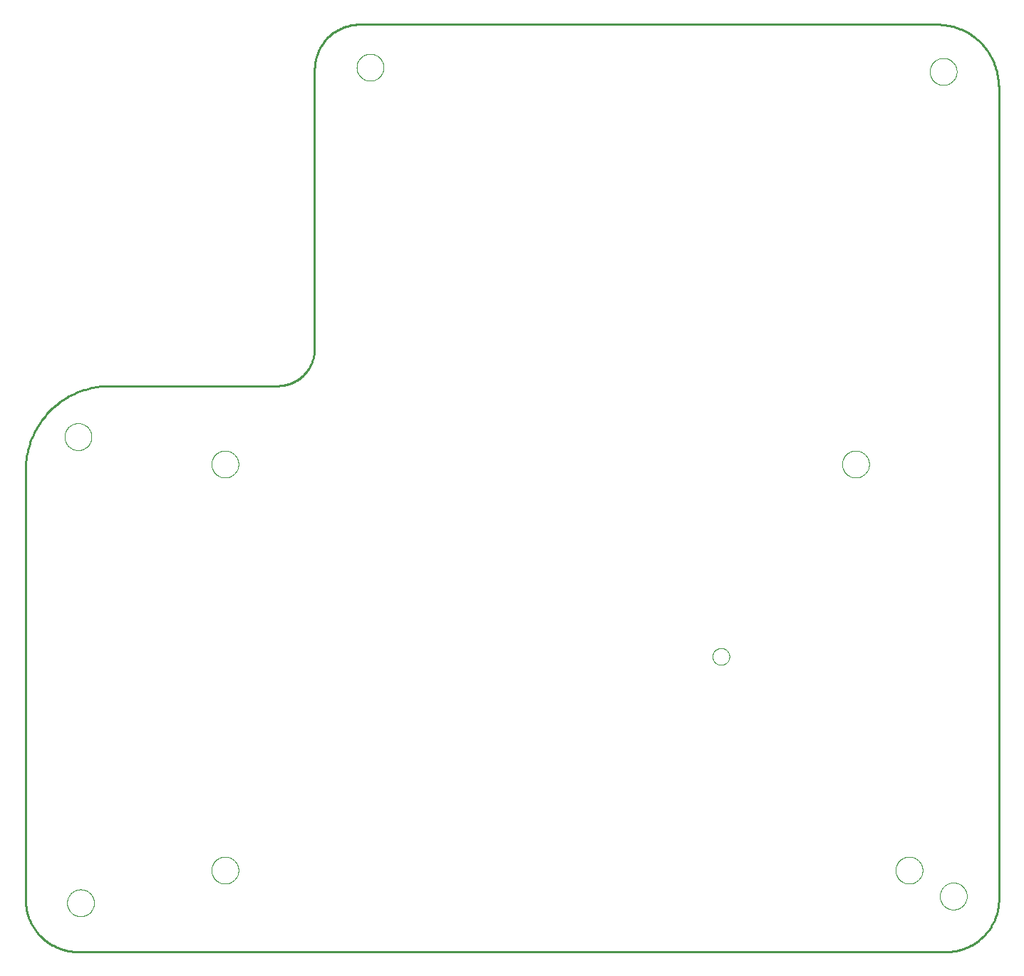
<source format=gko>
G75*
%MOIN*%
%OFA0B0*%
%FSLAX25Y25*%
%IPPOS*%
%LPD*%
%AMOC8*
5,1,8,0,0,1.08239X$1,22.5*
%
%ADD10C,0.01000*%
%ADD11C,0.00000*%
D10*
X0040280Y0018232D02*
X0446579Y0018232D01*
X0446579Y0018233D02*
X0447174Y0018240D01*
X0447768Y0018262D01*
X0448361Y0018298D01*
X0448954Y0018348D01*
X0449545Y0018412D01*
X0450134Y0018491D01*
X0450722Y0018584D01*
X0451306Y0018691D01*
X0451889Y0018813D01*
X0452468Y0018948D01*
X0453043Y0019097D01*
X0453615Y0019260D01*
X0454183Y0019437D01*
X0454746Y0019628D01*
X0455304Y0019832D01*
X0455858Y0020050D01*
X0456406Y0020280D01*
X0456948Y0020524D01*
X0457484Y0020782D01*
X0458014Y0021051D01*
X0458537Y0021334D01*
X0459053Y0021629D01*
X0459562Y0021937D01*
X0460063Y0022257D01*
X0460557Y0022589D01*
X0461042Y0022932D01*
X0461519Y0023288D01*
X0461987Y0023654D01*
X0462446Y0024032D01*
X0462896Y0024421D01*
X0463336Y0024821D01*
X0463767Y0025231D01*
X0464187Y0025651D01*
X0464597Y0026082D01*
X0464997Y0026522D01*
X0465386Y0026972D01*
X0465764Y0027431D01*
X0466130Y0027899D01*
X0466486Y0028376D01*
X0466829Y0028861D01*
X0467161Y0029355D01*
X0467481Y0029856D01*
X0467789Y0030365D01*
X0468084Y0030881D01*
X0468367Y0031404D01*
X0468636Y0031934D01*
X0468894Y0032470D01*
X0469138Y0033012D01*
X0469368Y0033560D01*
X0469586Y0034114D01*
X0469790Y0034672D01*
X0469981Y0035235D01*
X0470158Y0035803D01*
X0470321Y0036375D01*
X0470470Y0036950D01*
X0470605Y0037529D01*
X0470727Y0038112D01*
X0470834Y0038696D01*
X0470927Y0039284D01*
X0471006Y0039873D01*
X0471070Y0040464D01*
X0471120Y0041057D01*
X0471156Y0041650D01*
X0471178Y0042244D01*
X0471185Y0042839D01*
X0471185Y0423547D01*
X0470988Y0423350D02*
X0470980Y0424044D01*
X0470954Y0424739D01*
X0470913Y0425432D01*
X0470854Y0426124D01*
X0470778Y0426814D01*
X0470686Y0427503D01*
X0470578Y0428189D01*
X0470453Y0428872D01*
X0470311Y0429552D01*
X0470153Y0430228D01*
X0469979Y0430900D01*
X0469788Y0431568D01*
X0469581Y0432231D01*
X0469359Y0432889D01*
X0469120Y0433541D01*
X0468866Y0434188D01*
X0468597Y0434828D01*
X0468312Y0435461D01*
X0468011Y0436087D01*
X0467696Y0436706D01*
X0467366Y0437317D01*
X0467021Y0437920D01*
X0466662Y0438514D01*
X0466288Y0439100D01*
X0465901Y0439676D01*
X0465499Y0440243D01*
X0465084Y0440800D01*
X0464656Y0441347D01*
X0464214Y0441883D01*
X0463760Y0442408D01*
X0463293Y0442922D01*
X0462814Y0443425D01*
X0462323Y0443916D01*
X0461820Y0444395D01*
X0461306Y0444862D01*
X0460781Y0445316D01*
X0460245Y0445758D01*
X0459698Y0446186D01*
X0459141Y0446601D01*
X0458574Y0447003D01*
X0457998Y0447390D01*
X0457412Y0447764D01*
X0456818Y0448123D01*
X0456215Y0448468D01*
X0455604Y0448798D01*
X0454985Y0449113D01*
X0454359Y0449414D01*
X0453726Y0449699D01*
X0453086Y0449968D01*
X0452439Y0450222D01*
X0451787Y0450461D01*
X0451129Y0450683D01*
X0450466Y0450890D01*
X0449798Y0451081D01*
X0449126Y0451255D01*
X0448450Y0451413D01*
X0447770Y0451555D01*
X0447087Y0451680D01*
X0446401Y0451788D01*
X0445712Y0451880D01*
X0445022Y0451956D01*
X0444330Y0452015D01*
X0443637Y0452056D01*
X0442942Y0452082D01*
X0442248Y0452090D01*
X0442248Y0452091D02*
X0172169Y0452091D01*
X0171660Y0452085D01*
X0171151Y0452066D01*
X0170643Y0452036D01*
X0170136Y0451993D01*
X0169630Y0451937D01*
X0169126Y0451870D01*
X0168623Y0451790D01*
X0168122Y0451699D01*
X0167624Y0451595D01*
X0167128Y0451479D01*
X0166636Y0451351D01*
X0166146Y0451212D01*
X0165660Y0451060D01*
X0165178Y0450897D01*
X0164700Y0450722D01*
X0164226Y0450536D01*
X0163757Y0450338D01*
X0163293Y0450129D01*
X0162834Y0449909D01*
X0162381Y0449678D01*
X0161933Y0449436D01*
X0161491Y0449184D01*
X0161055Y0448920D01*
X0160626Y0448647D01*
X0160204Y0448363D01*
X0159788Y0448068D01*
X0159380Y0447764D01*
X0158980Y0447450D01*
X0158587Y0447127D01*
X0158202Y0446794D01*
X0157825Y0446452D01*
X0157456Y0446101D01*
X0157096Y0445741D01*
X0156745Y0445372D01*
X0156403Y0444995D01*
X0156070Y0444610D01*
X0155747Y0444217D01*
X0155433Y0443817D01*
X0155129Y0443409D01*
X0154834Y0442993D01*
X0154550Y0442571D01*
X0154277Y0442142D01*
X0154013Y0441706D01*
X0153761Y0441264D01*
X0153519Y0440816D01*
X0153288Y0440363D01*
X0153068Y0439904D01*
X0152859Y0439440D01*
X0152661Y0438971D01*
X0152475Y0438497D01*
X0152300Y0438019D01*
X0152137Y0437537D01*
X0151985Y0437051D01*
X0151846Y0436561D01*
X0151718Y0436069D01*
X0151602Y0435573D01*
X0151498Y0435075D01*
X0151407Y0434574D01*
X0151327Y0434071D01*
X0151260Y0433567D01*
X0151204Y0433061D01*
X0151161Y0432554D01*
X0151131Y0432046D01*
X0151112Y0431537D01*
X0151106Y0431028D01*
X0151106Y0300516D01*
X0151107Y0300516D02*
X0151102Y0300093D01*
X0151087Y0299670D01*
X0151061Y0299247D01*
X0151025Y0298825D01*
X0150979Y0298404D01*
X0150923Y0297985D01*
X0150857Y0297566D01*
X0150781Y0297150D01*
X0150694Y0296735D01*
X0150598Y0296323D01*
X0150492Y0295913D01*
X0150375Y0295506D01*
X0150250Y0295102D01*
X0150114Y0294701D01*
X0149968Y0294303D01*
X0149814Y0293909D01*
X0149649Y0293519D01*
X0149475Y0293133D01*
X0149292Y0292751D01*
X0149100Y0292374D01*
X0148899Y0292002D01*
X0148689Y0291634D01*
X0148470Y0291272D01*
X0148242Y0290915D01*
X0148006Y0290564D01*
X0147761Y0290218D01*
X0147508Y0289879D01*
X0147247Y0289545D01*
X0146978Y0289218D01*
X0146701Y0288898D01*
X0146416Y0288585D01*
X0146124Y0288278D01*
X0145825Y0287979D01*
X0145518Y0287687D01*
X0145205Y0287402D01*
X0144885Y0287125D01*
X0144558Y0286856D01*
X0144224Y0286595D01*
X0143885Y0286342D01*
X0143539Y0286097D01*
X0143188Y0285861D01*
X0142831Y0285633D01*
X0142469Y0285414D01*
X0142101Y0285204D01*
X0141729Y0285003D01*
X0141352Y0284811D01*
X0140970Y0284628D01*
X0140584Y0284454D01*
X0140194Y0284289D01*
X0139800Y0284135D01*
X0139402Y0283989D01*
X0139001Y0283853D01*
X0138597Y0283728D01*
X0138190Y0283611D01*
X0137780Y0283505D01*
X0137368Y0283409D01*
X0136953Y0283322D01*
X0136537Y0283246D01*
X0136118Y0283180D01*
X0135699Y0283124D01*
X0135278Y0283078D01*
X0134856Y0283042D01*
X0134433Y0283016D01*
X0134010Y0283001D01*
X0133587Y0282996D01*
X0055240Y0282996D01*
X0054289Y0282985D01*
X0053338Y0282950D01*
X0052388Y0282893D01*
X0051440Y0282812D01*
X0050494Y0282709D01*
X0049551Y0282583D01*
X0048612Y0282434D01*
X0047676Y0282263D01*
X0046745Y0282068D01*
X0045818Y0281852D01*
X0044897Y0281613D01*
X0043982Y0281352D01*
X0043074Y0281069D01*
X0042173Y0280764D01*
X0041279Y0280438D01*
X0040394Y0280089D01*
X0039517Y0279720D01*
X0038649Y0279330D01*
X0037792Y0278918D01*
X0036944Y0278486D01*
X0036107Y0278034D01*
X0035281Y0277562D01*
X0034467Y0277070D01*
X0033665Y0276558D01*
X0032875Y0276027D01*
X0032099Y0275477D01*
X0031336Y0274909D01*
X0030587Y0274322D01*
X0029853Y0273717D01*
X0029133Y0273095D01*
X0028428Y0272455D01*
X0027740Y0271799D01*
X0027067Y0271126D01*
X0026411Y0270438D01*
X0025771Y0269733D01*
X0025149Y0269013D01*
X0024544Y0268279D01*
X0023957Y0267530D01*
X0023389Y0266767D01*
X0022839Y0265991D01*
X0022308Y0265201D01*
X0021796Y0264399D01*
X0021304Y0263585D01*
X0020832Y0262759D01*
X0020380Y0261922D01*
X0019948Y0261074D01*
X0019536Y0260217D01*
X0019146Y0259349D01*
X0018777Y0258472D01*
X0018428Y0257587D01*
X0018102Y0256693D01*
X0017797Y0255792D01*
X0017514Y0254884D01*
X0017253Y0253969D01*
X0017014Y0253048D01*
X0016798Y0252121D01*
X0016603Y0251190D01*
X0016432Y0250254D01*
X0016283Y0249315D01*
X0016157Y0248372D01*
X0016054Y0247426D01*
X0015973Y0246478D01*
X0015916Y0245528D01*
X0015881Y0244577D01*
X0015870Y0243626D01*
X0015870Y0042642D01*
X0015871Y0042642D02*
X0015878Y0042052D01*
X0015900Y0041463D01*
X0015935Y0040874D01*
X0015985Y0040286D01*
X0016049Y0039700D01*
X0016127Y0039115D01*
X0016219Y0038533D01*
X0016326Y0037952D01*
X0016446Y0037375D01*
X0016580Y0036801D01*
X0016728Y0036230D01*
X0016890Y0035662D01*
X0017066Y0035099D01*
X0017255Y0034540D01*
X0017457Y0033986D01*
X0017673Y0033437D01*
X0017902Y0032894D01*
X0018144Y0032356D01*
X0018399Y0031824D01*
X0018667Y0031299D01*
X0018947Y0030780D01*
X0019240Y0030268D01*
X0019545Y0029763D01*
X0019863Y0029266D01*
X0020192Y0028776D01*
X0020533Y0028295D01*
X0020885Y0027822D01*
X0021249Y0027357D01*
X0021624Y0026902D01*
X0022010Y0026456D01*
X0022406Y0026019D01*
X0022813Y0025592D01*
X0023230Y0025175D01*
X0023657Y0024768D01*
X0024094Y0024372D01*
X0024540Y0023986D01*
X0024995Y0023611D01*
X0025460Y0023247D01*
X0025933Y0022895D01*
X0026414Y0022554D01*
X0026904Y0022225D01*
X0027401Y0021907D01*
X0027906Y0021602D01*
X0028418Y0021309D01*
X0028937Y0021029D01*
X0029462Y0020761D01*
X0029994Y0020506D01*
X0030532Y0020264D01*
X0031075Y0020035D01*
X0031624Y0019819D01*
X0032178Y0019617D01*
X0032737Y0019428D01*
X0033300Y0019252D01*
X0033868Y0019090D01*
X0034439Y0018942D01*
X0035013Y0018808D01*
X0035590Y0018688D01*
X0036171Y0018581D01*
X0036753Y0018489D01*
X0037338Y0018411D01*
X0037924Y0018347D01*
X0038512Y0018297D01*
X0039101Y0018262D01*
X0039690Y0018240D01*
X0040280Y0018233D01*
D11*
X0035358Y0041067D02*
X0035360Y0041225D01*
X0035366Y0041383D01*
X0035376Y0041541D01*
X0035390Y0041699D01*
X0035408Y0041856D01*
X0035429Y0042013D01*
X0035455Y0042169D01*
X0035485Y0042325D01*
X0035518Y0042480D01*
X0035556Y0042633D01*
X0035597Y0042786D01*
X0035642Y0042938D01*
X0035691Y0043089D01*
X0035744Y0043238D01*
X0035800Y0043386D01*
X0035860Y0043532D01*
X0035924Y0043677D01*
X0035992Y0043820D01*
X0036063Y0043962D01*
X0036137Y0044102D01*
X0036215Y0044239D01*
X0036297Y0044375D01*
X0036381Y0044509D01*
X0036470Y0044640D01*
X0036561Y0044769D01*
X0036656Y0044896D01*
X0036753Y0045021D01*
X0036854Y0045143D01*
X0036958Y0045262D01*
X0037065Y0045379D01*
X0037175Y0045493D01*
X0037288Y0045604D01*
X0037403Y0045713D01*
X0037521Y0045818D01*
X0037642Y0045920D01*
X0037765Y0046020D01*
X0037891Y0046116D01*
X0038019Y0046209D01*
X0038149Y0046299D01*
X0038282Y0046385D01*
X0038417Y0046469D01*
X0038553Y0046548D01*
X0038692Y0046625D01*
X0038833Y0046697D01*
X0038975Y0046767D01*
X0039119Y0046832D01*
X0039265Y0046894D01*
X0039412Y0046952D01*
X0039561Y0047007D01*
X0039711Y0047058D01*
X0039862Y0047105D01*
X0040014Y0047148D01*
X0040167Y0047187D01*
X0040322Y0047223D01*
X0040477Y0047254D01*
X0040633Y0047282D01*
X0040789Y0047306D01*
X0040946Y0047326D01*
X0041104Y0047342D01*
X0041261Y0047354D01*
X0041420Y0047362D01*
X0041578Y0047366D01*
X0041736Y0047366D01*
X0041894Y0047362D01*
X0042053Y0047354D01*
X0042210Y0047342D01*
X0042368Y0047326D01*
X0042525Y0047306D01*
X0042681Y0047282D01*
X0042837Y0047254D01*
X0042992Y0047223D01*
X0043147Y0047187D01*
X0043300Y0047148D01*
X0043452Y0047105D01*
X0043603Y0047058D01*
X0043753Y0047007D01*
X0043902Y0046952D01*
X0044049Y0046894D01*
X0044195Y0046832D01*
X0044339Y0046767D01*
X0044481Y0046697D01*
X0044622Y0046625D01*
X0044761Y0046548D01*
X0044897Y0046469D01*
X0045032Y0046385D01*
X0045165Y0046299D01*
X0045295Y0046209D01*
X0045423Y0046116D01*
X0045549Y0046020D01*
X0045672Y0045920D01*
X0045793Y0045818D01*
X0045911Y0045713D01*
X0046026Y0045604D01*
X0046139Y0045493D01*
X0046249Y0045379D01*
X0046356Y0045262D01*
X0046460Y0045143D01*
X0046561Y0045021D01*
X0046658Y0044896D01*
X0046753Y0044769D01*
X0046844Y0044640D01*
X0046933Y0044509D01*
X0047017Y0044375D01*
X0047099Y0044239D01*
X0047177Y0044102D01*
X0047251Y0043962D01*
X0047322Y0043820D01*
X0047390Y0043677D01*
X0047454Y0043532D01*
X0047514Y0043386D01*
X0047570Y0043238D01*
X0047623Y0043089D01*
X0047672Y0042938D01*
X0047717Y0042786D01*
X0047758Y0042633D01*
X0047796Y0042480D01*
X0047829Y0042325D01*
X0047859Y0042169D01*
X0047885Y0042013D01*
X0047906Y0041856D01*
X0047924Y0041699D01*
X0047938Y0041541D01*
X0047948Y0041383D01*
X0047954Y0041225D01*
X0047956Y0041067D01*
X0047954Y0040909D01*
X0047948Y0040751D01*
X0047938Y0040593D01*
X0047924Y0040435D01*
X0047906Y0040278D01*
X0047885Y0040121D01*
X0047859Y0039965D01*
X0047829Y0039809D01*
X0047796Y0039654D01*
X0047758Y0039501D01*
X0047717Y0039348D01*
X0047672Y0039196D01*
X0047623Y0039045D01*
X0047570Y0038896D01*
X0047514Y0038748D01*
X0047454Y0038602D01*
X0047390Y0038457D01*
X0047322Y0038314D01*
X0047251Y0038172D01*
X0047177Y0038032D01*
X0047099Y0037895D01*
X0047017Y0037759D01*
X0046933Y0037625D01*
X0046844Y0037494D01*
X0046753Y0037365D01*
X0046658Y0037238D01*
X0046561Y0037113D01*
X0046460Y0036991D01*
X0046356Y0036872D01*
X0046249Y0036755D01*
X0046139Y0036641D01*
X0046026Y0036530D01*
X0045911Y0036421D01*
X0045793Y0036316D01*
X0045672Y0036214D01*
X0045549Y0036114D01*
X0045423Y0036018D01*
X0045295Y0035925D01*
X0045165Y0035835D01*
X0045032Y0035749D01*
X0044897Y0035665D01*
X0044761Y0035586D01*
X0044622Y0035509D01*
X0044481Y0035437D01*
X0044339Y0035367D01*
X0044195Y0035302D01*
X0044049Y0035240D01*
X0043902Y0035182D01*
X0043753Y0035127D01*
X0043603Y0035076D01*
X0043452Y0035029D01*
X0043300Y0034986D01*
X0043147Y0034947D01*
X0042992Y0034911D01*
X0042837Y0034880D01*
X0042681Y0034852D01*
X0042525Y0034828D01*
X0042368Y0034808D01*
X0042210Y0034792D01*
X0042053Y0034780D01*
X0041894Y0034772D01*
X0041736Y0034768D01*
X0041578Y0034768D01*
X0041420Y0034772D01*
X0041261Y0034780D01*
X0041104Y0034792D01*
X0040946Y0034808D01*
X0040789Y0034828D01*
X0040633Y0034852D01*
X0040477Y0034880D01*
X0040322Y0034911D01*
X0040167Y0034947D01*
X0040014Y0034986D01*
X0039862Y0035029D01*
X0039711Y0035076D01*
X0039561Y0035127D01*
X0039412Y0035182D01*
X0039265Y0035240D01*
X0039119Y0035302D01*
X0038975Y0035367D01*
X0038833Y0035437D01*
X0038692Y0035509D01*
X0038553Y0035586D01*
X0038417Y0035665D01*
X0038282Y0035749D01*
X0038149Y0035835D01*
X0038019Y0035925D01*
X0037891Y0036018D01*
X0037765Y0036114D01*
X0037642Y0036214D01*
X0037521Y0036316D01*
X0037403Y0036421D01*
X0037288Y0036530D01*
X0037175Y0036641D01*
X0037065Y0036755D01*
X0036958Y0036872D01*
X0036854Y0036991D01*
X0036753Y0037113D01*
X0036656Y0037238D01*
X0036561Y0037365D01*
X0036470Y0037494D01*
X0036381Y0037625D01*
X0036297Y0037759D01*
X0036215Y0037895D01*
X0036137Y0038032D01*
X0036063Y0038172D01*
X0035992Y0038314D01*
X0035924Y0038457D01*
X0035860Y0038602D01*
X0035800Y0038748D01*
X0035744Y0038896D01*
X0035691Y0039045D01*
X0035642Y0039196D01*
X0035597Y0039348D01*
X0035556Y0039501D01*
X0035518Y0039654D01*
X0035485Y0039809D01*
X0035455Y0039965D01*
X0035429Y0040121D01*
X0035408Y0040278D01*
X0035390Y0040435D01*
X0035376Y0040593D01*
X0035366Y0040751D01*
X0035360Y0040909D01*
X0035358Y0041067D01*
X0102918Y0056343D02*
X0102920Y0056501D01*
X0102926Y0056659D01*
X0102936Y0056817D01*
X0102950Y0056975D01*
X0102968Y0057132D01*
X0102989Y0057289D01*
X0103015Y0057445D01*
X0103045Y0057601D01*
X0103078Y0057756D01*
X0103116Y0057909D01*
X0103157Y0058062D01*
X0103202Y0058214D01*
X0103251Y0058365D01*
X0103304Y0058514D01*
X0103360Y0058662D01*
X0103420Y0058808D01*
X0103484Y0058953D01*
X0103552Y0059096D01*
X0103623Y0059238D01*
X0103697Y0059378D01*
X0103775Y0059515D01*
X0103857Y0059651D01*
X0103941Y0059785D01*
X0104030Y0059916D01*
X0104121Y0060045D01*
X0104216Y0060172D01*
X0104313Y0060297D01*
X0104414Y0060419D01*
X0104518Y0060538D01*
X0104625Y0060655D01*
X0104735Y0060769D01*
X0104848Y0060880D01*
X0104963Y0060989D01*
X0105081Y0061094D01*
X0105202Y0061196D01*
X0105325Y0061296D01*
X0105451Y0061392D01*
X0105579Y0061485D01*
X0105709Y0061575D01*
X0105842Y0061661D01*
X0105977Y0061745D01*
X0106113Y0061824D01*
X0106252Y0061901D01*
X0106393Y0061973D01*
X0106535Y0062043D01*
X0106679Y0062108D01*
X0106825Y0062170D01*
X0106972Y0062228D01*
X0107121Y0062283D01*
X0107271Y0062334D01*
X0107422Y0062381D01*
X0107574Y0062424D01*
X0107727Y0062463D01*
X0107882Y0062499D01*
X0108037Y0062530D01*
X0108193Y0062558D01*
X0108349Y0062582D01*
X0108506Y0062602D01*
X0108664Y0062618D01*
X0108821Y0062630D01*
X0108980Y0062638D01*
X0109138Y0062642D01*
X0109296Y0062642D01*
X0109454Y0062638D01*
X0109613Y0062630D01*
X0109770Y0062618D01*
X0109928Y0062602D01*
X0110085Y0062582D01*
X0110241Y0062558D01*
X0110397Y0062530D01*
X0110552Y0062499D01*
X0110707Y0062463D01*
X0110860Y0062424D01*
X0111012Y0062381D01*
X0111163Y0062334D01*
X0111313Y0062283D01*
X0111462Y0062228D01*
X0111609Y0062170D01*
X0111755Y0062108D01*
X0111899Y0062043D01*
X0112041Y0061973D01*
X0112182Y0061901D01*
X0112321Y0061824D01*
X0112457Y0061745D01*
X0112592Y0061661D01*
X0112725Y0061575D01*
X0112855Y0061485D01*
X0112983Y0061392D01*
X0113109Y0061296D01*
X0113232Y0061196D01*
X0113353Y0061094D01*
X0113471Y0060989D01*
X0113586Y0060880D01*
X0113699Y0060769D01*
X0113809Y0060655D01*
X0113916Y0060538D01*
X0114020Y0060419D01*
X0114121Y0060297D01*
X0114218Y0060172D01*
X0114313Y0060045D01*
X0114404Y0059916D01*
X0114493Y0059785D01*
X0114577Y0059651D01*
X0114659Y0059515D01*
X0114737Y0059378D01*
X0114811Y0059238D01*
X0114882Y0059096D01*
X0114950Y0058953D01*
X0115014Y0058808D01*
X0115074Y0058662D01*
X0115130Y0058514D01*
X0115183Y0058365D01*
X0115232Y0058214D01*
X0115277Y0058062D01*
X0115318Y0057909D01*
X0115356Y0057756D01*
X0115389Y0057601D01*
X0115419Y0057445D01*
X0115445Y0057289D01*
X0115466Y0057132D01*
X0115484Y0056975D01*
X0115498Y0056817D01*
X0115508Y0056659D01*
X0115514Y0056501D01*
X0115516Y0056343D01*
X0115514Y0056185D01*
X0115508Y0056027D01*
X0115498Y0055869D01*
X0115484Y0055711D01*
X0115466Y0055554D01*
X0115445Y0055397D01*
X0115419Y0055241D01*
X0115389Y0055085D01*
X0115356Y0054930D01*
X0115318Y0054777D01*
X0115277Y0054624D01*
X0115232Y0054472D01*
X0115183Y0054321D01*
X0115130Y0054172D01*
X0115074Y0054024D01*
X0115014Y0053878D01*
X0114950Y0053733D01*
X0114882Y0053590D01*
X0114811Y0053448D01*
X0114737Y0053308D01*
X0114659Y0053171D01*
X0114577Y0053035D01*
X0114493Y0052901D01*
X0114404Y0052770D01*
X0114313Y0052641D01*
X0114218Y0052514D01*
X0114121Y0052389D01*
X0114020Y0052267D01*
X0113916Y0052148D01*
X0113809Y0052031D01*
X0113699Y0051917D01*
X0113586Y0051806D01*
X0113471Y0051697D01*
X0113353Y0051592D01*
X0113232Y0051490D01*
X0113109Y0051390D01*
X0112983Y0051294D01*
X0112855Y0051201D01*
X0112725Y0051111D01*
X0112592Y0051025D01*
X0112457Y0050941D01*
X0112321Y0050862D01*
X0112182Y0050785D01*
X0112041Y0050713D01*
X0111899Y0050643D01*
X0111755Y0050578D01*
X0111609Y0050516D01*
X0111462Y0050458D01*
X0111313Y0050403D01*
X0111163Y0050352D01*
X0111012Y0050305D01*
X0110860Y0050262D01*
X0110707Y0050223D01*
X0110552Y0050187D01*
X0110397Y0050156D01*
X0110241Y0050128D01*
X0110085Y0050104D01*
X0109928Y0050084D01*
X0109770Y0050068D01*
X0109613Y0050056D01*
X0109454Y0050048D01*
X0109296Y0050044D01*
X0109138Y0050044D01*
X0108980Y0050048D01*
X0108821Y0050056D01*
X0108664Y0050068D01*
X0108506Y0050084D01*
X0108349Y0050104D01*
X0108193Y0050128D01*
X0108037Y0050156D01*
X0107882Y0050187D01*
X0107727Y0050223D01*
X0107574Y0050262D01*
X0107422Y0050305D01*
X0107271Y0050352D01*
X0107121Y0050403D01*
X0106972Y0050458D01*
X0106825Y0050516D01*
X0106679Y0050578D01*
X0106535Y0050643D01*
X0106393Y0050713D01*
X0106252Y0050785D01*
X0106113Y0050862D01*
X0105977Y0050941D01*
X0105842Y0051025D01*
X0105709Y0051111D01*
X0105579Y0051201D01*
X0105451Y0051294D01*
X0105325Y0051390D01*
X0105202Y0051490D01*
X0105081Y0051592D01*
X0104963Y0051697D01*
X0104848Y0051806D01*
X0104735Y0051917D01*
X0104625Y0052031D01*
X0104518Y0052148D01*
X0104414Y0052267D01*
X0104313Y0052389D01*
X0104216Y0052514D01*
X0104121Y0052641D01*
X0104030Y0052770D01*
X0103941Y0052901D01*
X0103857Y0053035D01*
X0103775Y0053171D01*
X0103697Y0053308D01*
X0103623Y0053448D01*
X0103552Y0053590D01*
X0103484Y0053733D01*
X0103420Y0053878D01*
X0103360Y0054024D01*
X0103304Y0054172D01*
X0103251Y0054321D01*
X0103202Y0054472D01*
X0103157Y0054624D01*
X0103116Y0054777D01*
X0103078Y0054930D01*
X0103045Y0055085D01*
X0103015Y0055241D01*
X0102989Y0055397D01*
X0102968Y0055554D01*
X0102950Y0055711D01*
X0102936Y0055869D01*
X0102926Y0056027D01*
X0102920Y0056185D01*
X0102918Y0056343D01*
X0102918Y0246343D02*
X0102920Y0246501D01*
X0102926Y0246659D01*
X0102936Y0246817D01*
X0102950Y0246975D01*
X0102968Y0247132D01*
X0102989Y0247289D01*
X0103015Y0247445D01*
X0103045Y0247601D01*
X0103078Y0247756D01*
X0103116Y0247909D01*
X0103157Y0248062D01*
X0103202Y0248214D01*
X0103251Y0248365D01*
X0103304Y0248514D01*
X0103360Y0248662D01*
X0103420Y0248808D01*
X0103484Y0248953D01*
X0103552Y0249096D01*
X0103623Y0249238D01*
X0103697Y0249378D01*
X0103775Y0249515D01*
X0103857Y0249651D01*
X0103941Y0249785D01*
X0104030Y0249916D01*
X0104121Y0250045D01*
X0104216Y0250172D01*
X0104313Y0250297D01*
X0104414Y0250419D01*
X0104518Y0250538D01*
X0104625Y0250655D01*
X0104735Y0250769D01*
X0104848Y0250880D01*
X0104963Y0250989D01*
X0105081Y0251094D01*
X0105202Y0251196D01*
X0105325Y0251296D01*
X0105451Y0251392D01*
X0105579Y0251485D01*
X0105709Y0251575D01*
X0105842Y0251661D01*
X0105977Y0251745D01*
X0106113Y0251824D01*
X0106252Y0251901D01*
X0106393Y0251973D01*
X0106535Y0252043D01*
X0106679Y0252108D01*
X0106825Y0252170D01*
X0106972Y0252228D01*
X0107121Y0252283D01*
X0107271Y0252334D01*
X0107422Y0252381D01*
X0107574Y0252424D01*
X0107727Y0252463D01*
X0107882Y0252499D01*
X0108037Y0252530D01*
X0108193Y0252558D01*
X0108349Y0252582D01*
X0108506Y0252602D01*
X0108664Y0252618D01*
X0108821Y0252630D01*
X0108980Y0252638D01*
X0109138Y0252642D01*
X0109296Y0252642D01*
X0109454Y0252638D01*
X0109613Y0252630D01*
X0109770Y0252618D01*
X0109928Y0252602D01*
X0110085Y0252582D01*
X0110241Y0252558D01*
X0110397Y0252530D01*
X0110552Y0252499D01*
X0110707Y0252463D01*
X0110860Y0252424D01*
X0111012Y0252381D01*
X0111163Y0252334D01*
X0111313Y0252283D01*
X0111462Y0252228D01*
X0111609Y0252170D01*
X0111755Y0252108D01*
X0111899Y0252043D01*
X0112041Y0251973D01*
X0112182Y0251901D01*
X0112321Y0251824D01*
X0112457Y0251745D01*
X0112592Y0251661D01*
X0112725Y0251575D01*
X0112855Y0251485D01*
X0112983Y0251392D01*
X0113109Y0251296D01*
X0113232Y0251196D01*
X0113353Y0251094D01*
X0113471Y0250989D01*
X0113586Y0250880D01*
X0113699Y0250769D01*
X0113809Y0250655D01*
X0113916Y0250538D01*
X0114020Y0250419D01*
X0114121Y0250297D01*
X0114218Y0250172D01*
X0114313Y0250045D01*
X0114404Y0249916D01*
X0114493Y0249785D01*
X0114577Y0249651D01*
X0114659Y0249515D01*
X0114737Y0249378D01*
X0114811Y0249238D01*
X0114882Y0249096D01*
X0114950Y0248953D01*
X0115014Y0248808D01*
X0115074Y0248662D01*
X0115130Y0248514D01*
X0115183Y0248365D01*
X0115232Y0248214D01*
X0115277Y0248062D01*
X0115318Y0247909D01*
X0115356Y0247756D01*
X0115389Y0247601D01*
X0115419Y0247445D01*
X0115445Y0247289D01*
X0115466Y0247132D01*
X0115484Y0246975D01*
X0115498Y0246817D01*
X0115508Y0246659D01*
X0115514Y0246501D01*
X0115516Y0246343D01*
X0115514Y0246185D01*
X0115508Y0246027D01*
X0115498Y0245869D01*
X0115484Y0245711D01*
X0115466Y0245554D01*
X0115445Y0245397D01*
X0115419Y0245241D01*
X0115389Y0245085D01*
X0115356Y0244930D01*
X0115318Y0244777D01*
X0115277Y0244624D01*
X0115232Y0244472D01*
X0115183Y0244321D01*
X0115130Y0244172D01*
X0115074Y0244024D01*
X0115014Y0243878D01*
X0114950Y0243733D01*
X0114882Y0243590D01*
X0114811Y0243448D01*
X0114737Y0243308D01*
X0114659Y0243171D01*
X0114577Y0243035D01*
X0114493Y0242901D01*
X0114404Y0242770D01*
X0114313Y0242641D01*
X0114218Y0242514D01*
X0114121Y0242389D01*
X0114020Y0242267D01*
X0113916Y0242148D01*
X0113809Y0242031D01*
X0113699Y0241917D01*
X0113586Y0241806D01*
X0113471Y0241697D01*
X0113353Y0241592D01*
X0113232Y0241490D01*
X0113109Y0241390D01*
X0112983Y0241294D01*
X0112855Y0241201D01*
X0112725Y0241111D01*
X0112592Y0241025D01*
X0112457Y0240941D01*
X0112321Y0240862D01*
X0112182Y0240785D01*
X0112041Y0240713D01*
X0111899Y0240643D01*
X0111755Y0240578D01*
X0111609Y0240516D01*
X0111462Y0240458D01*
X0111313Y0240403D01*
X0111163Y0240352D01*
X0111012Y0240305D01*
X0110860Y0240262D01*
X0110707Y0240223D01*
X0110552Y0240187D01*
X0110397Y0240156D01*
X0110241Y0240128D01*
X0110085Y0240104D01*
X0109928Y0240084D01*
X0109770Y0240068D01*
X0109613Y0240056D01*
X0109454Y0240048D01*
X0109296Y0240044D01*
X0109138Y0240044D01*
X0108980Y0240048D01*
X0108821Y0240056D01*
X0108664Y0240068D01*
X0108506Y0240084D01*
X0108349Y0240104D01*
X0108193Y0240128D01*
X0108037Y0240156D01*
X0107882Y0240187D01*
X0107727Y0240223D01*
X0107574Y0240262D01*
X0107422Y0240305D01*
X0107271Y0240352D01*
X0107121Y0240403D01*
X0106972Y0240458D01*
X0106825Y0240516D01*
X0106679Y0240578D01*
X0106535Y0240643D01*
X0106393Y0240713D01*
X0106252Y0240785D01*
X0106113Y0240862D01*
X0105977Y0240941D01*
X0105842Y0241025D01*
X0105709Y0241111D01*
X0105579Y0241201D01*
X0105451Y0241294D01*
X0105325Y0241390D01*
X0105202Y0241490D01*
X0105081Y0241592D01*
X0104963Y0241697D01*
X0104848Y0241806D01*
X0104735Y0241917D01*
X0104625Y0242031D01*
X0104518Y0242148D01*
X0104414Y0242267D01*
X0104313Y0242389D01*
X0104216Y0242514D01*
X0104121Y0242641D01*
X0104030Y0242770D01*
X0103941Y0242901D01*
X0103857Y0243035D01*
X0103775Y0243171D01*
X0103697Y0243308D01*
X0103623Y0243448D01*
X0103552Y0243590D01*
X0103484Y0243733D01*
X0103420Y0243878D01*
X0103360Y0244024D01*
X0103304Y0244172D01*
X0103251Y0244321D01*
X0103202Y0244472D01*
X0103157Y0244624D01*
X0103116Y0244777D01*
X0103078Y0244930D01*
X0103045Y0245085D01*
X0103015Y0245241D01*
X0102989Y0245397D01*
X0102968Y0245554D01*
X0102950Y0245711D01*
X0102936Y0245869D01*
X0102926Y0246027D01*
X0102920Y0246185D01*
X0102918Y0246343D01*
X0034177Y0259177D02*
X0034179Y0259335D01*
X0034185Y0259493D01*
X0034195Y0259651D01*
X0034209Y0259809D01*
X0034227Y0259966D01*
X0034248Y0260123D01*
X0034274Y0260279D01*
X0034304Y0260435D01*
X0034337Y0260590D01*
X0034375Y0260743D01*
X0034416Y0260896D01*
X0034461Y0261048D01*
X0034510Y0261199D01*
X0034563Y0261348D01*
X0034619Y0261496D01*
X0034679Y0261642D01*
X0034743Y0261787D01*
X0034811Y0261930D01*
X0034882Y0262072D01*
X0034956Y0262212D01*
X0035034Y0262349D01*
X0035116Y0262485D01*
X0035200Y0262619D01*
X0035289Y0262750D01*
X0035380Y0262879D01*
X0035475Y0263006D01*
X0035572Y0263131D01*
X0035673Y0263253D01*
X0035777Y0263372D01*
X0035884Y0263489D01*
X0035994Y0263603D01*
X0036107Y0263714D01*
X0036222Y0263823D01*
X0036340Y0263928D01*
X0036461Y0264030D01*
X0036584Y0264130D01*
X0036710Y0264226D01*
X0036838Y0264319D01*
X0036968Y0264409D01*
X0037101Y0264495D01*
X0037236Y0264579D01*
X0037372Y0264658D01*
X0037511Y0264735D01*
X0037652Y0264807D01*
X0037794Y0264877D01*
X0037938Y0264942D01*
X0038084Y0265004D01*
X0038231Y0265062D01*
X0038380Y0265117D01*
X0038530Y0265168D01*
X0038681Y0265215D01*
X0038833Y0265258D01*
X0038986Y0265297D01*
X0039141Y0265333D01*
X0039296Y0265364D01*
X0039452Y0265392D01*
X0039608Y0265416D01*
X0039765Y0265436D01*
X0039923Y0265452D01*
X0040080Y0265464D01*
X0040239Y0265472D01*
X0040397Y0265476D01*
X0040555Y0265476D01*
X0040713Y0265472D01*
X0040872Y0265464D01*
X0041029Y0265452D01*
X0041187Y0265436D01*
X0041344Y0265416D01*
X0041500Y0265392D01*
X0041656Y0265364D01*
X0041811Y0265333D01*
X0041966Y0265297D01*
X0042119Y0265258D01*
X0042271Y0265215D01*
X0042422Y0265168D01*
X0042572Y0265117D01*
X0042721Y0265062D01*
X0042868Y0265004D01*
X0043014Y0264942D01*
X0043158Y0264877D01*
X0043300Y0264807D01*
X0043441Y0264735D01*
X0043580Y0264658D01*
X0043716Y0264579D01*
X0043851Y0264495D01*
X0043984Y0264409D01*
X0044114Y0264319D01*
X0044242Y0264226D01*
X0044368Y0264130D01*
X0044491Y0264030D01*
X0044612Y0263928D01*
X0044730Y0263823D01*
X0044845Y0263714D01*
X0044958Y0263603D01*
X0045068Y0263489D01*
X0045175Y0263372D01*
X0045279Y0263253D01*
X0045380Y0263131D01*
X0045477Y0263006D01*
X0045572Y0262879D01*
X0045663Y0262750D01*
X0045752Y0262619D01*
X0045836Y0262485D01*
X0045918Y0262349D01*
X0045996Y0262212D01*
X0046070Y0262072D01*
X0046141Y0261930D01*
X0046209Y0261787D01*
X0046273Y0261642D01*
X0046333Y0261496D01*
X0046389Y0261348D01*
X0046442Y0261199D01*
X0046491Y0261048D01*
X0046536Y0260896D01*
X0046577Y0260743D01*
X0046615Y0260590D01*
X0046648Y0260435D01*
X0046678Y0260279D01*
X0046704Y0260123D01*
X0046725Y0259966D01*
X0046743Y0259809D01*
X0046757Y0259651D01*
X0046767Y0259493D01*
X0046773Y0259335D01*
X0046775Y0259177D01*
X0046773Y0259019D01*
X0046767Y0258861D01*
X0046757Y0258703D01*
X0046743Y0258545D01*
X0046725Y0258388D01*
X0046704Y0258231D01*
X0046678Y0258075D01*
X0046648Y0257919D01*
X0046615Y0257764D01*
X0046577Y0257611D01*
X0046536Y0257458D01*
X0046491Y0257306D01*
X0046442Y0257155D01*
X0046389Y0257006D01*
X0046333Y0256858D01*
X0046273Y0256712D01*
X0046209Y0256567D01*
X0046141Y0256424D01*
X0046070Y0256282D01*
X0045996Y0256142D01*
X0045918Y0256005D01*
X0045836Y0255869D01*
X0045752Y0255735D01*
X0045663Y0255604D01*
X0045572Y0255475D01*
X0045477Y0255348D01*
X0045380Y0255223D01*
X0045279Y0255101D01*
X0045175Y0254982D01*
X0045068Y0254865D01*
X0044958Y0254751D01*
X0044845Y0254640D01*
X0044730Y0254531D01*
X0044612Y0254426D01*
X0044491Y0254324D01*
X0044368Y0254224D01*
X0044242Y0254128D01*
X0044114Y0254035D01*
X0043984Y0253945D01*
X0043851Y0253859D01*
X0043716Y0253775D01*
X0043580Y0253696D01*
X0043441Y0253619D01*
X0043300Y0253547D01*
X0043158Y0253477D01*
X0043014Y0253412D01*
X0042868Y0253350D01*
X0042721Y0253292D01*
X0042572Y0253237D01*
X0042422Y0253186D01*
X0042271Y0253139D01*
X0042119Y0253096D01*
X0041966Y0253057D01*
X0041811Y0253021D01*
X0041656Y0252990D01*
X0041500Y0252962D01*
X0041344Y0252938D01*
X0041187Y0252918D01*
X0041029Y0252902D01*
X0040872Y0252890D01*
X0040713Y0252882D01*
X0040555Y0252878D01*
X0040397Y0252878D01*
X0040239Y0252882D01*
X0040080Y0252890D01*
X0039923Y0252902D01*
X0039765Y0252918D01*
X0039608Y0252938D01*
X0039452Y0252962D01*
X0039296Y0252990D01*
X0039141Y0253021D01*
X0038986Y0253057D01*
X0038833Y0253096D01*
X0038681Y0253139D01*
X0038530Y0253186D01*
X0038380Y0253237D01*
X0038231Y0253292D01*
X0038084Y0253350D01*
X0037938Y0253412D01*
X0037794Y0253477D01*
X0037652Y0253547D01*
X0037511Y0253619D01*
X0037372Y0253696D01*
X0037236Y0253775D01*
X0037101Y0253859D01*
X0036968Y0253945D01*
X0036838Y0254035D01*
X0036710Y0254128D01*
X0036584Y0254224D01*
X0036461Y0254324D01*
X0036340Y0254426D01*
X0036222Y0254531D01*
X0036107Y0254640D01*
X0035994Y0254751D01*
X0035884Y0254865D01*
X0035777Y0254982D01*
X0035673Y0255101D01*
X0035572Y0255223D01*
X0035475Y0255348D01*
X0035380Y0255475D01*
X0035289Y0255604D01*
X0035200Y0255735D01*
X0035116Y0255869D01*
X0035034Y0256005D01*
X0034956Y0256142D01*
X0034882Y0256282D01*
X0034811Y0256424D01*
X0034743Y0256567D01*
X0034679Y0256712D01*
X0034619Y0256858D01*
X0034563Y0257006D01*
X0034510Y0257155D01*
X0034461Y0257306D01*
X0034416Y0257458D01*
X0034375Y0257611D01*
X0034337Y0257764D01*
X0034304Y0257919D01*
X0034274Y0258075D01*
X0034248Y0258231D01*
X0034227Y0258388D01*
X0034209Y0258545D01*
X0034195Y0258703D01*
X0034185Y0258861D01*
X0034179Y0259019D01*
X0034177Y0259177D01*
X0170792Y0432012D02*
X0170794Y0432170D01*
X0170800Y0432328D01*
X0170810Y0432486D01*
X0170824Y0432644D01*
X0170842Y0432801D01*
X0170863Y0432958D01*
X0170889Y0433114D01*
X0170919Y0433270D01*
X0170952Y0433425D01*
X0170990Y0433578D01*
X0171031Y0433731D01*
X0171076Y0433883D01*
X0171125Y0434034D01*
X0171178Y0434183D01*
X0171234Y0434331D01*
X0171294Y0434477D01*
X0171358Y0434622D01*
X0171426Y0434765D01*
X0171497Y0434907D01*
X0171571Y0435047D01*
X0171649Y0435184D01*
X0171731Y0435320D01*
X0171815Y0435454D01*
X0171904Y0435585D01*
X0171995Y0435714D01*
X0172090Y0435841D01*
X0172187Y0435966D01*
X0172288Y0436088D01*
X0172392Y0436207D01*
X0172499Y0436324D01*
X0172609Y0436438D01*
X0172722Y0436549D01*
X0172837Y0436658D01*
X0172955Y0436763D01*
X0173076Y0436865D01*
X0173199Y0436965D01*
X0173325Y0437061D01*
X0173453Y0437154D01*
X0173583Y0437244D01*
X0173716Y0437330D01*
X0173851Y0437414D01*
X0173987Y0437493D01*
X0174126Y0437570D01*
X0174267Y0437642D01*
X0174409Y0437712D01*
X0174553Y0437777D01*
X0174699Y0437839D01*
X0174846Y0437897D01*
X0174995Y0437952D01*
X0175145Y0438003D01*
X0175296Y0438050D01*
X0175448Y0438093D01*
X0175601Y0438132D01*
X0175756Y0438168D01*
X0175911Y0438199D01*
X0176067Y0438227D01*
X0176223Y0438251D01*
X0176380Y0438271D01*
X0176538Y0438287D01*
X0176695Y0438299D01*
X0176854Y0438307D01*
X0177012Y0438311D01*
X0177170Y0438311D01*
X0177328Y0438307D01*
X0177487Y0438299D01*
X0177644Y0438287D01*
X0177802Y0438271D01*
X0177959Y0438251D01*
X0178115Y0438227D01*
X0178271Y0438199D01*
X0178426Y0438168D01*
X0178581Y0438132D01*
X0178734Y0438093D01*
X0178886Y0438050D01*
X0179037Y0438003D01*
X0179187Y0437952D01*
X0179336Y0437897D01*
X0179483Y0437839D01*
X0179629Y0437777D01*
X0179773Y0437712D01*
X0179915Y0437642D01*
X0180056Y0437570D01*
X0180195Y0437493D01*
X0180331Y0437414D01*
X0180466Y0437330D01*
X0180599Y0437244D01*
X0180729Y0437154D01*
X0180857Y0437061D01*
X0180983Y0436965D01*
X0181106Y0436865D01*
X0181227Y0436763D01*
X0181345Y0436658D01*
X0181460Y0436549D01*
X0181573Y0436438D01*
X0181683Y0436324D01*
X0181790Y0436207D01*
X0181894Y0436088D01*
X0181995Y0435966D01*
X0182092Y0435841D01*
X0182187Y0435714D01*
X0182278Y0435585D01*
X0182367Y0435454D01*
X0182451Y0435320D01*
X0182533Y0435184D01*
X0182611Y0435047D01*
X0182685Y0434907D01*
X0182756Y0434765D01*
X0182824Y0434622D01*
X0182888Y0434477D01*
X0182948Y0434331D01*
X0183004Y0434183D01*
X0183057Y0434034D01*
X0183106Y0433883D01*
X0183151Y0433731D01*
X0183192Y0433578D01*
X0183230Y0433425D01*
X0183263Y0433270D01*
X0183293Y0433114D01*
X0183319Y0432958D01*
X0183340Y0432801D01*
X0183358Y0432644D01*
X0183372Y0432486D01*
X0183382Y0432328D01*
X0183388Y0432170D01*
X0183390Y0432012D01*
X0183388Y0431854D01*
X0183382Y0431696D01*
X0183372Y0431538D01*
X0183358Y0431380D01*
X0183340Y0431223D01*
X0183319Y0431066D01*
X0183293Y0430910D01*
X0183263Y0430754D01*
X0183230Y0430599D01*
X0183192Y0430446D01*
X0183151Y0430293D01*
X0183106Y0430141D01*
X0183057Y0429990D01*
X0183004Y0429841D01*
X0182948Y0429693D01*
X0182888Y0429547D01*
X0182824Y0429402D01*
X0182756Y0429259D01*
X0182685Y0429117D01*
X0182611Y0428977D01*
X0182533Y0428840D01*
X0182451Y0428704D01*
X0182367Y0428570D01*
X0182278Y0428439D01*
X0182187Y0428310D01*
X0182092Y0428183D01*
X0181995Y0428058D01*
X0181894Y0427936D01*
X0181790Y0427817D01*
X0181683Y0427700D01*
X0181573Y0427586D01*
X0181460Y0427475D01*
X0181345Y0427366D01*
X0181227Y0427261D01*
X0181106Y0427159D01*
X0180983Y0427059D01*
X0180857Y0426963D01*
X0180729Y0426870D01*
X0180599Y0426780D01*
X0180466Y0426694D01*
X0180331Y0426610D01*
X0180195Y0426531D01*
X0180056Y0426454D01*
X0179915Y0426382D01*
X0179773Y0426312D01*
X0179629Y0426247D01*
X0179483Y0426185D01*
X0179336Y0426127D01*
X0179187Y0426072D01*
X0179037Y0426021D01*
X0178886Y0425974D01*
X0178734Y0425931D01*
X0178581Y0425892D01*
X0178426Y0425856D01*
X0178271Y0425825D01*
X0178115Y0425797D01*
X0177959Y0425773D01*
X0177802Y0425753D01*
X0177644Y0425737D01*
X0177487Y0425725D01*
X0177328Y0425717D01*
X0177170Y0425713D01*
X0177012Y0425713D01*
X0176854Y0425717D01*
X0176695Y0425725D01*
X0176538Y0425737D01*
X0176380Y0425753D01*
X0176223Y0425773D01*
X0176067Y0425797D01*
X0175911Y0425825D01*
X0175756Y0425856D01*
X0175601Y0425892D01*
X0175448Y0425931D01*
X0175296Y0425974D01*
X0175145Y0426021D01*
X0174995Y0426072D01*
X0174846Y0426127D01*
X0174699Y0426185D01*
X0174553Y0426247D01*
X0174409Y0426312D01*
X0174267Y0426382D01*
X0174126Y0426454D01*
X0173987Y0426531D01*
X0173851Y0426610D01*
X0173716Y0426694D01*
X0173583Y0426780D01*
X0173453Y0426870D01*
X0173325Y0426963D01*
X0173199Y0427059D01*
X0173076Y0427159D01*
X0172955Y0427261D01*
X0172837Y0427366D01*
X0172722Y0427475D01*
X0172609Y0427586D01*
X0172499Y0427700D01*
X0172392Y0427817D01*
X0172288Y0427936D01*
X0172187Y0428058D01*
X0172090Y0428183D01*
X0171995Y0428310D01*
X0171904Y0428439D01*
X0171815Y0428570D01*
X0171731Y0428704D01*
X0171649Y0428840D01*
X0171571Y0428977D01*
X0171497Y0429117D01*
X0171426Y0429259D01*
X0171358Y0429402D01*
X0171294Y0429547D01*
X0171234Y0429693D01*
X0171178Y0429841D01*
X0171125Y0429990D01*
X0171076Y0430141D01*
X0171031Y0430293D01*
X0170990Y0430446D01*
X0170952Y0430599D01*
X0170919Y0430754D01*
X0170889Y0430910D01*
X0170863Y0431066D01*
X0170842Y0431223D01*
X0170824Y0431380D01*
X0170810Y0431538D01*
X0170800Y0431696D01*
X0170794Y0431854D01*
X0170792Y0432012D01*
X0397918Y0246343D02*
X0397920Y0246501D01*
X0397926Y0246659D01*
X0397936Y0246817D01*
X0397950Y0246975D01*
X0397968Y0247132D01*
X0397989Y0247289D01*
X0398015Y0247445D01*
X0398045Y0247601D01*
X0398078Y0247756D01*
X0398116Y0247909D01*
X0398157Y0248062D01*
X0398202Y0248214D01*
X0398251Y0248365D01*
X0398304Y0248514D01*
X0398360Y0248662D01*
X0398420Y0248808D01*
X0398484Y0248953D01*
X0398552Y0249096D01*
X0398623Y0249238D01*
X0398697Y0249378D01*
X0398775Y0249515D01*
X0398857Y0249651D01*
X0398941Y0249785D01*
X0399030Y0249916D01*
X0399121Y0250045D01*
X0399216Y0250172D01*
X0399313Y0250297D01*
X0399414Y0250419D01*
X0399518Y0250538D01*
X0399625Y0250655D01*
X0399735Y0250769D01*
X0399848Y0250880D01*
X0399963Y0250989D01*
X0400081Y0251094D01*
X0400202Y0251196D01*
X0400325Y0251296D01*
X0400451Y0251392D01*
X0400579Y0251485D01*
X0400709Y0251575D01*
X0400842Y0251661D01*
X0400977Y0251745D01*
X0401113Y0251824D01*
X0401252Y0251901D01*
X0401393Y0251973D01*
X0401535Y0252043D01*
X0401679Y0252108D01*
X0401825Y0252170D01*
X0401972Y0252228D01*
X0402121Y0252283D01*
X0402271Y0252334D01*
X0402422Y0252381D01*
X0402574Y0252424D01*
X0402727Y0252463D01*
X0402882Y0252499D01*
X0403037Y0252530D01*
X0403193Y0252558D01*
X0403349Y0252582D01*
X0403506Y0252602D01*
X0403664Y0252618D01*
X0403821Y0252630D01*
X0403980Y0252638D01*
X0404138Y0252642D01*
X0404296Y0252642D01*
X0404454Y0252638D01*
X0404613Y0252630D01*
X0404770Y0252618D01*
X0404928Y0252602D01*
X0405085Y0252582D01*
X0405241Y0252558D01*
X0405397Y0252530D01*
X0405552Y0252499D01*
X0405707Y0252463D01*
X0405860Y0252424D01*
X0406012Y0252381D01*
X0406163Y0252334D01*
X0406313Y0252283D01*
X0406462Y0252228D01*
X0406609Y0252170D01*
X0406755Y0252108D01*
X0406899Y0252043D01*
X0407041Y0251973D01*
X0407182Y0251901D01*
X0407321Y0251824D01*
X0407457Y0251745D01*
X0407592Y0251661D01*
X0407725Y0251575D01*
X0407855Y0251485D01*
X0407983Y0251392D01*
X0408109Y0251296D01*
X0408232Y0251196D01*
X0408353Y0251094D01*
X0408471Y0250989D01*
X0408586Y0250880D01*
X0408699Y0250769D01*
X0408809Y0250655D01*
X0408916Y0250538D01*
X0409020Y0250419D01*
X0409121Y0250297D01*
X0409218Y0250172D01*
X0409313Y0250045D01*
X0409404Y0249916D01*
X0409493Y0249785D01*
X0409577Y0249651D01*
X0409659Y0249515D01*
X0409737Y0249378D01*
X0409811Y0249238D01*
X0409882Y0249096D01*
X0409950Y0248953D01*
X0410014Y0248808D01*
X0410074Y0248662D01*
X0410130Y0248514D01*
X0410183Y0248365D01*
X0410232Y0248214D01*
X0410277Y0248062D01*
X0410318Y0247909D01*
X0410356Y0247756D01*
X0410389Y0247601D01*
X0410419Y0247445D01*
X0410445Y0247289D01*
X0410466Y0247132D01*
X0410484Y0246975D01*
X0410498Y0246817D01*
X0410508Y0246659D01*
X0410514Y0246501D01*
X0410516Y0246343D01*
X0410514Y0246185D01*
X0410508Y0246027D01*
X0410498Y0245869D01*
X0410484Y0245711D01*
X0410466Y0245554D01*
X0410445Y0245397D01*
X0410419Y0245241D01*
X0410389Y0245085D01*
X0410356Y0244930D01*
X0410318Y0244777D01*
X0410277Y0244624D01*
X0410232Y0244472D01*
X0410183Y0244321D01*
X0410130Y0244172D01*
X0410074Y0244024D01*
X0410014Y0243878D01*
X0409950Y0243733D01*
X0409882Y0243590D01*
X0409811Y0243448D01*
X0409737Y0243308D01*
X0409659Y0243171D01*
X0409577Y0243035D01*
X0409493Y0242901D01*
X0409404Y0242770D01*
X0409313Y0242641D01*
X0409218Y0242514D01*
X0409121Y0242389D01*
X0409020Y0242267D01*
X0408916Y0242148D01*
X0408809Y0242031D01*
X0408699Y0241917D01*
X0408586Y0241806D01*
X0408471Y0241697D01*
X0408353Y0241592D01*
X0408232Y0241490D01*
X0408109Y0241390D01*
X0407983Y0241294D01*
X0407855Y0241201D01*
X0407725Y0241111D01*
X0407592Y0241025D01*
X0407457Y0240941D01*
X0407321Y0240862D01*
X0407182Y0240785D01*
X0407041Y0240713D01*
X0406899Y0240643D01*
X0406755Y0240578D01*
X0406609Y0240516D01*
X0406462Y0240458D01*
X0406313Y0240403D01*
X0406163Y0240352D01*
X0406012Y0240305D01*
X0405860Y0240262D01*
X0405707Y0240223D01*
X0405552Y0240187D01*
X0405397Y0240156D01*
X0405241Y0240128D01*
X0405085Y0240104D01*
X0404928Y0240084D01*
X0404770Y0240068D01*
X0404613Y0240056D01*
X0404454Y0240048D01*
X0404296Y0240044D01*
X0404138Y0240044D01*
X0403980Y0240048D01*
X0403821Y0240056D01*
X0403664Y0240068D01*
X0403506Y0240084D01*
X0403349Y0240104D01*
X0403193Y0240128D01*
X0403037Y0240156D01*
X0402882Y0240187D01*
X0402727Y0240223D01*
X0402574Y0240262D01*
X0402422Y0240305D01*
X0402271Y0240352D01*
X0402121Y0240403D01*
X0401972Y0240458D01*
X0401825Y0240516D01*
X0401679Y0240578D01*
X0401535Y0240643D01*
X0401393Y0240713D01*
X0401252Y0240785D01*
X0401113Y0240862D01*
X0400977Y0240941D01*
X0400842Y0241025D01*
X0400709Y0241111D01*
X0400579Y0241201D01*
X0400451Y0241294D01*
X0400325Y0241390D01*
X0400202Y0241490D01*
X0400081Y0241592D01*
X0399963Y0241697D01*
X0399848Y0241806D01*
X0399735Y0241917D01*
X0399625Y0242031D01*
X0399518Y0242148D01*
X0399414Y0242267D01*
X0399313Y0242389D01*
X0399216Y0242514D01*
X0399121Y0242641D01*
X0399030Y0242770D01*
X0398941Y0242901D01*
X0398857Y0243035D01*
X0398775Y0243171D01*
X0398697Y0243308D01*
X0398623Y0243448D01*
X0398552Y0243590D01*
X0398484Y0243733D01*
X0398420Y0243878D01*
X0398360Y0244024D01*
X0398304Y0244172D01*
X0398251Y0244321D01*
X0398202Y0244472D01*
X0398157Y0244624D01*
X0398116Y0244777D01*
X0398078Y0244930D01*
X0398045Y0245085D01*
X0398015Y0245241D01*
X0397989Y0245397D01*
X0397968Y0245554D01*
X0397950Y0245711D01*
X0397936Y0245869D01*
X0397926Y0246027D01*
X0397920Y0246185D01*
X0397918Y0246343D01*
X0337280Y0156343D02*
X0337282Y0156468D01*
X0337288Y0156593D01*
X0337298Y0156717D01*
X0337312Y0156841D01*
X0337329Y0156965D01*
X0337351Y0157088D01*
X0337377Y0157210D01*
X0337406Y0157332D01*
X0337439Y0157452D01*
X0337477Y0157571D01*
X0337517Y0157690D01*
X0337562Y0157806D01*
X0337610Y0157921D01*
X0337662Y0158035D01*
X0337718Y0158147D01*
X0337777Y0158257D01*
X0337839Y0158365D01*
X0337905Y0158472D01*
X0337974Y0158576D01*
X0338047Y0158677D01*
X0338122Y0158777D01*
X0338201Y0158874D01*
X0338283Y0158968D01*
X0338368Y0159060D01*
X0338455Y0159149D01*
X0338546Y0159235D01*
X0338639Y0159318D01*
X0338735Y0159399D01*
X0338833Y0159476D01*
X0338933Y0159550D01*
X0339036Y0159621D01*
X0339141Y0159688D01*
X0339249Y0159753D01*
X0339358Y0159813D01*
X0339469Y0159871D01*
X0339582Y0159924D01*
X0339696Y0159974D01*
X0339812Y0160021D01*
X0339929Y0160063D01*
X0340048Y0160102D01*
X0340168Y0160138D01*
X0340289Y0160169D01*
X0340411Y0160197D01*
X0340533Y0160220D01*
X0340657Y0160240D01*
X0340781Y0160256D01*
X0340905Y0160268D01*
X0341030Y0160276D01*
X0341155Y0160280D01*
X0341279Y0160280D01*
X0341404Y0160276D01*
X0341529Y0160268D01*
X0341653Y0160256D01*
X0341777Y0160240D01*
X0341901Y0160220D01*
X0342023Y0160197D01*
X0342145Y0160169D01*
X0342266Y0160138D01*
X0342386Y0160102D01*
X0342505Y0160063D01*
X0342622Y0160021D01*
X0342738Y0159974D01*
X0342852Y0159924D01*
X0342965Y0159871D01*
X0343076Y0159813D01*
X0343186Y0159753D01*
X0343293Y0159688D01*
X0343398Y0159621D01*
X0343501Y0159550D01*
X0343601Y0159476D01*
X0343699Y0159399D01*
X0343795Y0159318D01*
X0343888Y0159235D01*
X0343979Y0159149D01*
X0344066Y0159060D01*
X0344151Y0158968D01*
X0344233Y0158874D01*
X0344312Y0158777D01*
X0344387Y0158677D01*
X0344460Y0158576D01*
X0344529Y0158472D01*
X0344595Y0158365D01*
X0344657Y0158257D01*
X0344716Y0158147D01*
X0344772Y0158035D01*
X0344824Y0157921D01*
X0344872Y0157806D01*
X0344917Y0157690D01*
X0344957Y0157571D01*
X0344995Y0157452D01*
X0345028Y0157332D01*
X0345057Y0157210D01*
X0345083Y0157088D01*
X0345105Y0156965D01*
X0345122Y0156841D01*
X0345136Y0156717D01*
X0345146Y0156593D01*
X0345152Y0156468D01*
X0345154Y0156343D01*
X0345152Y0156218D01*
X0345146Y0156093D01*
X0345136Y0155969D01*
X0345122Y0155845D01*
X0345105Y0155721D01*
X0345083Y0155598D01*
X0345057Y0155476D01*
X0345028Y0155354D01*
X0344995Y0155234D01*
X0344957Y0155115D01*
X0344917Y0154996D01*
X0344872Y0154880D01*
X0344824Y0154765D01*
X0344772Y0154651D01*
X0344716Y0154539D01*
X0344657Y0154429D01*
X0344595Y0154321D01*
X0344529Y0154214D01*
X0344460Y0154110D01*
X0344387Y0154009D01*
X0344312Y0153909D01*
X0344233Y0153812D01*
X0344151Y0153718D01*
X0344066Y0153626D01*
X0343979Y0153537D01*
X0343888Y0153451D01*
X0343795Y0153368D01*
X0343699Y0153287D01*
X0343601Y0153210D01*
X0343501Y0153136D01*
X0343398Y0153065D01*
X0343293Y0152998D01*
X0343185Y0152933D01*
X0343076Y0152873D01*
X0342965Y0152815D01*
X0342852Y0152762D01*
X0342738Y0152712D01*
X0342622Y0152665D01*
X0342505Y0152623D01*
X0342386Y0152584D01*
X0342266Y0152548D01*
X0342145Y0152517D01*
X0342023Y0152489D01*
X0341901Y0152466D01*
X0341777Y0152446D01*
X0341653Y0152430D01*
X0341529Y0152418D01*
X0341404Y0152410D01*
X0341279Y0152406D01*
X0341155Y0152406D01*
X0341030Y0152410D01*
X0340905Y0152418D01*
X0340781Y0152430D01*
X0340657Y0152446D01*
X0340533Y0152466D01*
X0340411Y0152489D01*
X0340289Y0152517D01*
X0340168Y0152548D01*
X0340048Y0152584D01*
X0339929Y0152623D01*
X0339812Y0152665D01*
X0339696Y0152712D01*
X0339582Y0152762D01*
X0339469Y0152815D01*
X0339358Y0152873D01*
X0339248Y0152933D01*
X0339141Y0152998D01*
X0339036Y0153065D01*
X0338933Y0153136D01*
X0338833Y0153210D01*
X0338735Y0153287D01*
X0338639Y0153368D01*
X0338546Y0153451D01*
X0338455Y0153537D01*
X0338368Y0153626D01*
X0338283Y0153718D01*
X0338201Y0153812D01*
X0338122Y0153909D01*
X0338047Y0154009D01*
X0337974Y0154110D01*
X0337905Y0154214D01*
X0337839Y0154321D01*
X0337777Y0154429D01*
X0337718Y0154539D01*
X0337662Y0154651D01*
X0337610Y0154765D01*
X0337562Y0154880D01*
X0337517Y0154996D01*
X0337477Y0155115D01*
X0337439Y0155234D01*
X0337406Y0155354D01*
X0337377Y0155476D01*
X0337351Y0155598D01*
X0337329Y0155721D01*
X0337312Y0155845D01*
X0337298Y0155969D01*
X0337288Y0156093D01*
X0337282Y0156218D01*
X0337280Y0156343D01*
X0422918Y0056343D02*
X0422920Y0056501D01*
X0422926Y0056659D01*
X0422936Y0056817D01*
X0422950Y0056975D01*
X0422968Y0057132D01*
X0422989Y0057289D01*
X0423015Y0057445D01*
X0423045Y0057601D01*
X0423078Y0057756D01*
X0423116Y0057909D01*
X0423157Y0058062D01*
X0423202Y0058214D01*
X0423251Y0058365D01*
X0423304Y0058514D01*
X0423360Y0058662D01*
X0423420Y0058808D01*
X0423484Y0058953D01*
X0423552Y0059096D01*
X0423623Y0059238D01*
X0423697Y0059378D01*
X0423775Y0059515D01*
X0423857Y0059651D01*
X0423941Y0059785D01*
X0424030Y0059916D01*
X0424121Y0060045D01*
X0424216Y0060172D01*
X0424313Y0060297D01*
X0424414Y0060419D01*
X0424518Y0060538D01*
X0424625Y0060655D01*
X0424735Y0060769D01*
X0424848Y0060880D01*
X0424963Y0060989D01*
X0425081Y0061094D01*
X0425202Y0061196D01*
X0425325Y0061296D01*
X0425451Y0061392D01*
X0425579Y0061485D01*
X0425709Y0061575D01*
X0425842Y0061661D01*
X0425977Y0061745D01*
X0426113Y0061824D01*
X0426252Y0061901D01*
X0426393Y0061973D01*
X0426535Y0062043D01*
X0426679Y0062108D01*
X0426825Y0062170D01*
X0426972Y0062228D01*
X0427121Y0062283D01*
X0427271Y0062334D01*
X0427422Y0062381D01*
X0427574Y0062424D01*
X0427727Y0062463D01*
X0427882Y0062499D01*
X0428037Y0062530D01*
X0428193Y0062558D01*
X0428349Y0062582D01*
X0428506Y0062602D01*
X0428664Y0062618D01*
X0428821Y0062630D01*
X0428980Y0062638D01*
X0429138Y0062642D01*
X0429296Y0062642D01*
X0429454Y0062638D01*
X0429613Y0062630D01*
X0429770Y0062618D01*
X0429928Y0062602D01*
X0430085Y0062582D01*
X0430241Y0062558D01*
X0430397Y0062530D01*
X0430552Y0062499D01*
X0430707Y0062463D01*
X0430860Y0062424D01*
X0431012Y0062381D01*
X0431163Y0062334D01*
X0431313Y0062283D01*
X0431462Y0062228D01*
X0431609Y0062170D01*
X0431755Y0062108D01*
X0431899Y0062043D01*
X0432041Y0061973D01*
X0432182Y0061901D01*
X0432321Y0061824D01*
X0432457Y0061745D01*
X0432592Y0061661D01*
X0432725Y0061575D01*
X0432855Y0061485D01*
X0432983Y0061392D01*
X0433109Y0061296D01*
X0433232Y0061196D01*
X0433353Y0061094D01*
X0433471Y0060989D01*
X0433586Y0060880D01*
X0433699Y0060769D01*
X0433809Y0060655D01*
X0433916Y0060538D01*
X0434020Y0060419D01*
X0434121Y0060297D01*
X0434218Y0060172D01*
X0434313Y0060045D01*
X0434404Y0059916D01*
X0434493Y0059785D01*
X0434577Y0059651D01*
X0434659Y0059515D01*
X0434737Y0059378D01*
X0434811Y0059238D01*
X0434882Y0059096D01*
X0434950Y0058953D01*
X0435014Y0058808D01*
X0435074Y0058662D01*
X0435130Y0058514D01*
X0435183Y0058365D01*
X0435232Y0058214D01*
X0435277Y0058062D01*
X0435318Y0057909D01*
X0435356Y0057756D01*
X0435389Y0057601D01*
X0435419Y0057445D01*
X0435445Y0057289D01*
X0435466Y0057132D01*
X0435484Y0056975D01*
X0435498Y0056817D01*
X0435508Y0056659D01*
X0435514Y0056501D01*
X0435516Y0056343D01*
X0435514Y0056185D01*
X0435508Y0056027D01*
X0435498Y0055869D01*
X0435484Y0055711D01*
X0435466Y0055554D01*
X0435445Y0055397D01*
X0435419Y0055241D01*
X0435389Y0055085D01*
X0435356Y0054930D01*
X0435318Y0054777D01*
X0435277Y0054624D01*
X0435232Y0054472D01*
X0435183Y0054321D01*
X0435130Y0054172D01*
X0435074Y0054024D01*
X0435014Y0053878D01*
X0434950Y0053733D01*
X0434882Y0053590D01*
X0434811Y0053448D01*
X0434737Y0053308D01*
X0434659Y0053171D01*
X0434577Y0053035D01*
X0434493Y0052901D01*
X0434404Y0052770D01*
X0434313Y0052641D01*
X0434218Y0052514D01*
X0434121Y0052389D01*
X0434020Y0052267D01*
X0433916Y0052148D01*
X0433809Y0052031D01*
X0433699Y0051917D01*
X0433586Y0051806D01*
X0433471Y0051697D01*
X0433353Y0051592D01*
X0433232Y0051490D01*
X0433109Y0051390D01*
X0432983Y0051294D01*
X0432855Y0051201D01*
X0432725Y0051111D01*
X0432592Y0051025D01*
X0432457Y0050941D01*
X0432321Y0050862D01*
X0432182Y0050785D01*
X0432041Y0050713D01*
X0431899Y0050643D01*
X0431755Y0050578D01*
X0431609Y0050516D01*
X0431462Y0050458D01*
X0431313Y0050403D01*
X0431163Y0050352D01*
X0431012Y0050305D01*
X0430860Y0050262D01*
X0430707Y0050223D01*
X0430552Y0050187D01*
X0430397Y0050156D01*
X0430241Y0050128D01*
X0430085Y0050104D01*
X0429928Y0050084D01*
X0429770Y0050068D01*
X0429613Y0050056D01*
X0429454Y0050048D01*
X0429296Y0050044D01*
X0429138Y0050044D01*
X0428980Y0050048D01*
X0428821Y0050056D01*
X0428664Y0050068D01*
X0428506Y0050084D01*
X0428349Y0050104D01*
X0428193Y0050128D01*
X0428037Y0050156D01*
X0427882Y0050187D01*
X0427727Y0050223D01*
X0427574Y0050262D01*
X0427422Y0050305D01*
X0427271Y0050352D01*
X0427121Y0050403D01*
X0426972Y0050458D01*
X0426825Y0050516D01*
X0426679Y0050578D01*
X0426535Y0050643D01*
X0426393Y0050713D01*
X0426252Y0050785D01*
X0426113Y0050862D01*
X0425977Y0050941D01*
X0425842Y0051025D01*
X0425709Y0051111D01*
X0425579Y0051201D01*
X0425451Y0051294D01*
X0425325Y0051390D01*
X0425202Y0051490D01*
X0425081Y0051592D01*
X0424963Y0051697D01*
X0424848Y0051806D01*
X0424735Y0051917D01*
X0424625Y0052031D01*
X0424518Y0052148D01*
X0424414Y0052267D01*
X0424313Y0052389D01*
X0424216Y0052514D01*
X0424121Y0052641D01*
X0424030Y0052770D01*
X0423941Y0052901D01*
X0423857Y0053035D01*
X0423775Y0053171D01*
X0423697Y0053308D01*
X0423623Y0053448D01*
X0423552Y0053590D01*
X0423484Y0053733D01*
X0423420Y0053878D01*
X0423360Y0054024D01*
X0423304Y0054172D01*
X0423251Y0054321D01*
X0423202Y0054472D01*
X0423157Y0054624D01*
X0423116Y0054777D01*
X0423078Y0054930D01*
X0423045Y0055085D01*
X0423015Y0055241D01*
X0422989Y0055397D01*
X0422968Y0055554D01*
X0422950Y0055711D01*
X0422936Y0055869D01*
X0422926Y0056027D01*
X0422920Y0056185D01*
X0422918Y0056343D01*
X0443626Y0044217D02*
X0443628Y0044375D01*
X0443634Y0044533D01*
X0443644Y0044691D01*
X0443658Y0044849D01*
X0443676Y0045006D01*
X0443697Y0045163D01*
X0443723Y0045319D01*
X0443753Y0045475D01*
X0443786Y0045630D01*
X0443824Y0045783D01*
X0443865Y0045936D01*
X0443910Y0046088D01*
X0443959Y0046239D01*
X0444012Y0046388D01*
X0444068Y0046536D01*
X0444128Y0046682D01*
X0444192Y0046827D01*
X0444260Y0046970D01*
X0444331Y0047112D01*
X0444405Y0047252D01*
X0444483Y0047389D01*
X0444565Y0047525D01*
X0444649Y0047659D01*
X0444738Y0047790D01*
X0444829Y0047919D01*
X0444924Y0048046D01*
X0445021Y0048171D01*
X0445122Y0048293D01*
X0445226Y0048412D01*
X0445333Y0048529D01*
X0445443Y0048643D01*
X0445556Y0048754D01*
X0445671Y0048863D01*
X0445789Y0048968D01*
X0445910Y0049070D01*
X0446033Y0049170D01*
X0446159Y0049266D01*
X0446287Y0049359D01*
X0446417Y0049449D01*
X0446550Y0049535D01*
X0446685Y0049619D01*
X0446821Y0049698D01*
X0446960Y0049775D01*
X0447101Y0049847D01*
X0447243Y0049917D01*
X0447387Y0049982D01*
X0447533Y0050044D01*
X0447680Y0050102D01*
X0447829Y0050157D01*
X0447979Y0050208D01*
X0448130Y0050255D01*
X0448282Y0050298D01*
X0448435Y0050337D01*
X0448590Y0050373D01*
X0448745Y0050404D01*
X0448901Y0050432D01*
X0449057Y0050456D01*
X0449214Y0050476D01*
X0449372Y0050492D01*
X0449529Y0050504D01*
X0449688Y0050512D01*
X0449846Y0050516D01*
X0450004Y0050516D01*
X0450162Y0050512D01*
X0450321Y0050504D01*
X0450478Y0050492D01*
X0450636Y0050476D01*
X0450793Y0050456D01*
X0450949Y0050432D01*
X0451105Y0050404D01*
X0451260Y0050373D01*
X0451415Y0050337D01*
X0451568Y0050298D01*
X0451720Y0050255D01*
X0451871Y0050208D01*
X0452021Y0050157D01*
X0452170Y0050102D01*
X0452317Y0050044D01*
X0452463Y0049982D01*
X0452607Y0049917D01*
X0452749Y0049847D01*
X0452890Y0049775D01*
X0453029Y0049698D01*
X0453165Y0049619D01*
X0453300Y0049535D01*
X0453433Y0049449D01*
X0453563Y0049359D01*
X0453691Y0049266D01*
X0453817Y0049170D01*
X0453940Y0049070D01*
X0454061Y0048968D01*
X0454179Y0048863D01*
X0454294Y0048754D01*
X0454407Y0048643D01*
X0454517Y0048529D01*
X0454624Y0048412D01*
X0454728Y0048293D01*
X0454829Y0048171D01*
X0454926Y0048046D01*
X0455021Y0047919D01*
X0455112Y0047790D01*
X0455201Y0047659D01*
X0455285Y0047525D01*
X0455367Y0047389D01*
X0455445Y0047252D01*
X0455519Y0047112D01*
X0455590Y0046970D01*
X0455658Y0046827D01*
X0455722Y0046682D01*
X0455782Y0046536D01*
X0455838Y0046388D01*
X0455891Y0046239D01*
X0455940Y0046088D01*
X0455985Y0045936D01*
X0456026Y0045783D01*
X0456064Y0045630D01*
X0456097Y0045475D01*
X0456127Y0045319D01*
X0456153Y0045163D01*
X0456174Y0045006D01*
X0456192Y0044849D01*
X0456206Y0044691D01*
X0456216Y0044533D01*
X0456222Y0044375D01*
X0456224Y0044217D01*
X0456222Y0044059D01*
X0456216Y0043901D01*
X0456206Y0043743D01*
X0456192Y0043585D01*
X0456174Y0043428D01*
X0456153Y0043271D01*
X0456127Y0043115D01*
X0456097Y0042959D01*
X0456064Y0042804D01*
X0456026Y0042651D01*
X0455985Y0042498D01*
X0455940Y0042346D01*
X0455891Y0042195D01*
X0455838Y0042046D01*
X0455782Y0041898D01*
X0455722Y0041752D01*
X0455658Y0041607D01*
X0455590Y0041464D01*
X0455519Y0041322D01*
X0455445Y0041182D01*
X0455367Y0041045D01*
X0455285Y0040909D01*
X0455201Y0040775D01*
X0455112Y0040644D01*
X0455021Y0040515D01*
X0454926Y0040388D01*
X0454829Y0040263D01*
X0454728Y0040141D01*
X0454624Y0040022D01*
X0454517Y0039905D01*
X0454407Y0039791D01*
X0454294Y0039680D01*
X0454179Y0039571D01*
X0454061Y0039466D01*
X0453940Y0039364D01*
X0453817Y0039264D01*
X0453691Y0039168D01*
X0453563Y0039075D01*
X0453433Y0038985D01*
X0453300Y0038899D01*
X0453165Y0038815D01*
X0453029Y0038736D01*
X0452890Y0038659D01*
X0452749Y0038587D01*
X0452607Y0038517D01*
X0452463Y0038452D01*
X0452317Y0038390D01*
X0452170Y0038332D01*
X0452021Y0038277D01*
X0451871Y0038226D01*
X0451720Y0038179D01*
X0451568Y0038136D01*
X0451415Y0038097D01*
X0451260Y0038061D01*
X0451105Y0038030D01*
X0450949Y0038002D01*
X0450793Y0037978D01*
X0450636Y0037958D01*
X0450478Y0037942D01*
X0450321Y0037930D01*
X0450162Y0037922D01*
X0450004Y0037918D01*
X0449846Y0037918D01*
X0449688Y0037922D01*
X0449529Y0037930D01*
X0449372Y0037942D01*
X0449214Y0037958D01*
X0449057Y0037978D01*
X0448901Y0038002D01*
X0448745Y0038030D01*
X0448590Y0038061D01*
X0448435Y0038097D01*
X0448282Y0038136D01*
X0448130Y0038179D01*
X0447979Y0038226D01*
X0447829Y0038277D01*
X0447680Y0038332D01*
X0447533Y0038390D01*
X0447387Y0038452D01*
X0447243Y0038517D01*
X0447101Y0038587D01*
X0446960Y0038659D01*
X0446821Y0038736D01*
X0446685Y0038815D01*
X0446550Y0038899D01*
X0446417Y0038985D01*
X0446287Y0039075D01*
X0446159Y0039168D01*
X0446033Y0039264D01*
X0445910Y0039364D01*
X0445789Y0039466D01*
X0445671Y0039571D01*
X0445556Y0039680D01*
X0445443Y0039791D01*
X0445333Y0039905D01*
X0445226Y0040022D01*
X0445122Y0040141D01*
X0445021Y0040263D01*
X0444924Y0040388D01*
X0444829Y0040515D01*
X0444738Y0040644D01*
X0444649Y0040775D01*
X0444565Y0040909D01*
X0444483Y0041045D01*
X0444405Y0041182D01*
X0444331Y0041322D01*
X0444260Y0041464D01*
X0444192Y0041607D01*
X0444128Y0041752D01*
X0444068Y0041898D01*
X0444012Y0042046D01*
X0443959Y0042195D01*
X0443910Y0042346D01*
X0443865Y0042498D01*
X0443824Y0042651D01*
X0443786Y0042804D01*
X0443753Y0042959D01*
X0443723Y0043115D01*
X0443697Y0043271D01*
X0443676Y0043428D01*
X0443658Y0043585D01*
X0443644Y0043743D01*
X0443634Y0043901D01*
X0443628Y0044059D01*
X0443626Y0044217D01*
X0438902Y0430043D02*
X0438904Y0430201D01*
X0438910Y0430359D01*
X0438920Y0430517D01*
X0438934Y0430675D01*
X0438952Y0430832D01*
X0438973Y0430989D01*
X0438999Y0431145D01*
X0439029Y0431301D01*
X0439062Y0431456D01*
X0439100Y0431609D01*
X0439141Y0431762D01*
X0439186Y0431914D01*
X0439235Y0432065D01*
X0439288Y0432214D01*
X0439344Y0432362D01*
X0439404Y0432508D01*
X0439468Y0432653D01*
X0439536Y0432796D01*
X0439607Y0432938D01*
X0439681Y0433078D01*
X0439759Y0433215D01*
X0439841Y0433351D01*
X0439925Y0433485D01*
X0440014Y0433616D01*
X0440105Y0433745D01*
X0440200Y0433872D01*
X0440297Y0433997D01*
X0440398Y0434119D01*
X0440502Y0434238D01*
X0440609Y0434355D01*
X0440719Y0434469D01*
X0440832Y0434580D01*
X0440947Y0434689D01*
X0441065Y0434794D01*
X0441186Y0434896D01*
X0441309Y0434996D01*
X0441435Y0435092D01*
X0441563Y0435185D01*
X0441693Y0435275D01*
X0441826Y0435361D01*
X0441961Y0435445D01*
X0442097Y0435524D01*
X0442236Y0435601D01*
X0442377Y0435673D01*
X0442519Y0435743D01*
X0442663Y0435808D01*
X0442809Y0435870D01*
X0442956Y0435928D01*
X0443105Y0435983D01*
X0443255Y0436034D01*
X0443406Y0436081D01*
X0443558Y0436124D01*
X0443711Y0436163D01*
X0443866Y0436199D01*
X0444021Y0436230D01*
X0444177Y0436258D01*
X0444333Y0436282D01*
X0444490Y0436302D01*
X0444648Y0436318D01*
X0444805Y0436330D01*
X0444964Y0436338D01*
X0445122Y0436342D01*
X0445280Y0436342D01*
X0445438Y0436338D01*
X0445597Y0436330D01*
X0445754Y0436318D01*
X0445912Y0436302D01*
X0446069Y0436282D01*
X0446225Y0436258D01*
X0446381Y0436230D01*
X0446536Y0436199D01*
X0446691Y0436163D01*
X0446844Y0436124D01*
X0446996Y0436081D01*
X0447147Y0436034D01*
X0447297Y0435983D01*
X0447446Y0435928D01*
X0447593Y0435870D01*
X0447739Y0435808D01*
X0447883Y0435743D01*
X0448025Y0435673D01*
X0448166Y0435601D01*
X0448305Y0435524D01*
X0448441Y0435445D01*
X0448576Y0435361D01*
X0448709Y0435275D01*
X0448839Y0435185D01*
X0448967Y0435092D01*
X0449093Y0434996D01*
X0449216Y0434896D01*
X0449337Y0434794D01*
X0449455Y0434689D01*
X0449570Y0434580D01*
X0449683Y0434469D01*
X0449793Y0434355D01*
X0449900Y0434238D01*
X0450004Y0434119D01*
X0450105Y0433997D01*
X0450202Y0433872D01*
X0450297Y0433745D01*
X0450388Y0433616D01*
X0450477Y0433485D01*
X0450561Y0433351D01*
X0450643Y0433215D01*
X0450721Y0433078D01*
X0450795Y0432938D01*
X0450866Y0432796D01*
X0450934Y0432653D01*
X0450998Y0432508D01*
X0451058Y0432362D01*
X0451114Y0432214D01*
X0451167Y0432065D01*
X0451216Y0431914D01*
X0451261Y0431762D01*
X0451302Y0431609D01*
X0451340Y0431456D01*
X0451373Y0431301D01*
X0451403Y0431145D01*
X0451429Y0430989D01*
X0451450Y0430832D01*
X0451468Y0430675D01*
X0451482Y0430517D01*
X0451492Y0430359D01*
X0451498Y0430201D01*
X0451500Y0430043D01*
X0451498Y0429885D01*
X0451492Y0429727D01*
X0451482Y0429569D01*
X0451468Y0429411D01*
X0451450Y0429254D01*
X0451429Y0429097D01*
X0451403Y0428941D01*
X0451373Y0428785D01*
X0451340Y0428630D01*
X0451302Y0428477D01*
X0451261Y0428324D01*
X0451216Y0428172D01*
X0451167Y0428021D01*
X0451114Y0427872D01*
X0451058Y0427724D01*
X0450998Y0427578D01*
X0450934Y0427433D01*
X0450866Y0427290D01*
X0450795Y0427148D01*
X0450721Y0427008D01*
X0450643Y0426871D01*
X0450561Y0426735D01*
X0450477Y0426601D01*
X0450388Y0426470D01*
X0450297Y0426341D01*
X0450202Y0426214D01*
X0450105Y0426089D01*
X0450004Y0425967D01*
X0449900Y0425848D01*
X0449793Y0425731D01*
X0449683Y0425617D01*
X0449570Y0425506D01*
X0449455Y0425397D01*
X0449337Y0425292D01*
X0449216Y0425190D01*
X0449093Y0425090D01*
X0448967Y0424994D01*
X0448839Y0424901D01*
X0448709Y0424811D01*
X0448576Y0424725D01*
X0448441Y0424641D01*
X0448305Y0424562D01*
X0448166Y0424485D01*
X0448025Y0424413D01*
X0447883Y0424343D01*
X0447739Y0424278D01*
X0447593Y0424216D01*
X0447446Y0424158D01*
X0447297Y0424103D01*
X0447147Y0424052D01*
X0446996Y0424005D01*
X0446844Y0423962D01*
X0446691Y0423923D01*
X0446536Y0423887D01*
X0446381Y0423856D01*
X0446225Y0423828D01*
X0446069Y0423804D01*
X0445912Y0423784D01*
X0445754Y0423768D01*
X0445597Y0423756D01*
X0445438Y0423748D01*
X0445280Y0423744D01*
X0445122Y0423744D01*
X0444964Y0423748D01*
X0444805Y0423756D01*
X0444648Y0423768D01*
X0444490Y0423784D01*
X0444333Y0423804D01*
X0444177Y0423828D01*
X0444021Y0423856D01*
X0443866Y0423887D01*
X0443711Y0423923D01*
X0443558Y0423962D01*
X0443406Y0424005D01*
X0443255Y0424052D01*
X0443105Y0424103D01*
X0442956Y0424158D01*
X0442809Y0424216D01*
X0442663Y0424278D01*
X0442519Y0424343D01*
X0442377Y0424413D01*
X0442236Y0424485D01*
X0442097Y0424562D01*
X0441961Y0424641D01*
X0441826Y0424725D01*
X0441693Y0424811D01*
X0441563Y0424901D01*
X0441435Y0424994D01*
X0441309Y0425090D01*
X0441186Y0425190D01*
X0441065Y0425292D01*
X0440947Y0425397D01*
X0440832Y0425506D01*
X0440719Y0425617D01*
X0440609Y0425731D01*
X0440502Y0425848D01*
X0440398Y0425967D01*
X0440297Y0426089D01*
X0440200Y0426214D01*
X0440105Y0426341D01*
X0440014Y0426470D01*
X0439925Y0426601D01*
X0439841Y0426735D01*
X0439759Y0426871D01*
X0439681Y0427008D01*
X0439607Y0427148D01*
X0439536Y0427290D01*
X0439468Y0427433D01*
X0439404Y0427578D01*
X0439344Y0427724D01*
X0439288Y0427872D01*
X0439235Y0428021D01*
X0439186Y0428172D01*
X0439141Y0428324D01*
X0439100Y0428477D01*
X0439062Y0428630D01*
X0439029Y0428785D01*
X0438999Y0428941D01*
X0438973Y0429097D01*
X0438952Y0429254D01*
X0438934Y0429411D01*
X0438920Y0429569D01*
X0438910Y0429727D01*
X0438904Y0429885D01*
X0438902Y0430043D01*
M02*

</source>
